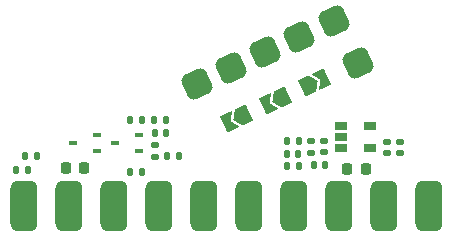
<source format=gbr>
%TF.GenerationSoftware,KiCad,Pcbnew,6.0.11-2627ca5db0~126~ubuntu20.04.1*%
%TF.CreationDate,2023-08-10T10:55:21+02:00*%
%TF.ProjectId,ScartPCB,53636172-7450-4434-922e-6b696361645f,2.0*%
%TF.SameCoordinates,PX76bb820PY7641700*%
%TF.FileFunction,Soldermask,Bot*%
%TF.FilePolarity,Negative*%
%FSLAX46Y46*%
G04 Gerber Fmt 4.6, Leading zero omitted, Abs format (unit mm)*
G04 Created by KiCad (PCBNEW 6.0.11-2627ca5db0~126~ubuntu20.04.1) date 2023-08-10 10:55:21*
%MOMM*%
%LPD*%
G01*
G04 APERTURE LIST*
G04 Aperture macros list*
%AMRoundRect*
0 Rectangle with rounded corners*
0 $1 Rounding radius*
0 $2 $3 $4 $5 $6 $7 $8 $9 X,Y pos of 4 corners*
0 Add a 4 corners polygon primitive as box body*
4,1,4,$2,$3,$4,$5,$6,$7,$8,$9,$2,$3,0*
0 Add four circle primitives for the rounded corners*
1,1,$1+$1,$2,$3*
1,1,$1+$1,$4,$5*
1,1,$1+$1,$6,$7*
1,1,$1+$1,$8,$9*
0 Add four rect primitives between the rounded corners*
20,1,$1+$1,$2,$3,$4,$5,0*
20,1,$1+$1,$4,$5,$6,$7,0*
20,1,$1+$1,$6,$7,$8,$9,0*
20,1,$1+$1,$8,$9,$2,$3,0*%
%AMFreePoly0*
4,1,6,1.000000,0.000000,0.500000,-0.750000,-0.500000,-0.750000,-0.500000,0.750000,0.500000,0.750000,1.000000,0.000000,1.000000,0.000000,$1*%
%AMFreePoly1*
4,1,6,0.500000,-0.750000,-0.650000,-0.750000,-0.150000,0.000000,-0.650000,0.750000,0.500000,0.750000,0.500000,-0.750000,0.500000,-0.750000,$1*%
G04 Aperture macros list end*
%ADD10RoundRect,0.571500X-0.571500X-1.562000X0.571500X-1.562000X0.571500X1.562000X-0.571500X1.562000X0*%
%ADD11RoundRect,0.140000X0.140000X0.170000X-0.140000X0.170000X-0.140000X-0.170000X0.140000X-0.170000X0*%
%ADD12RoundRect,0.135000X-0.135000X-0.185000X0.135000X-0.185000X0.135000X0.185000X-0.135000X0.185000X0*%
%ADD13RoundRect,0.218750X0.218750X0.256250X-0.218750X0.256250X-0.218750X-0.256250X0.218750X-0.256250X0*%
%ADD14RoundRect,0.571500X-0.276429X-0.759481X0.759481X-0.276429X0.276429X0.759481X-0.759481X0.276429X0*%
%ADD15RoundRect,0.135000X0.135000X0.185000X-0.135000X0.185000X-0.135000X-0.185000X0.135000X-0.185000X0*%
%ADD16RoundRect,0.135000X0.185000X-0.135000X0.185000X0.135000X-0.185000X0.135000X-0.185000X-0.135000X0*%
%ADD17RoundRect,0.147500X-0.147500X-0.172500X0.147500X-0.172500X0.147500X0.172500X-0.147500X0.172500X0*%
%ADD18FreePoly0,25.000000*%
%ADD19FreePoly1,25.000000*%
%ADD20RoundRect,0.225000X-0.225000X-0.250000X0.225000X-0.250000X0.225000X0.250000X-0.225000X0.250000X0*%
%ADD21R,0.700000X0.450000*%
%ADD22RoundRect,0.140000X0.170000X-0.140000X0.170000X0.140000X-0.170000X0.140000X-0.170000X-0.140000X0*%
%ADD23RoundRect,0.147500X0.172500X-0.147500X0.172500X0.147500X-0.172500X0.147500X-0.172500X-0.147500X0*%
%ADD24R,1.100000X0.650001*%
%ADD25FreePoly0,205.000000*%
%ADD26FreePoly1,205.000000*%
G04 APERTURE END LIST*
D10*
%TO.C,J1*%
X36747500Y2642500D03*
X32937500Y2642500D03*
X29127500Y2642500D03*
X25317500Y2642500D03*
X21507500Y2642500D03*
X17697500Y2642500D03*
X13887500Y2642500D03*
X10077500Y2642500D03*
X6267500Y2642500D03*
X2457500Y2642500D03*
%TD*%
D11*
%TO.C,C3*%
X25664800Y7083800D03*
X24704800Y7083800D03*
%TD*%
D12*
%TO.C,RC2*%
X2548800Y6855200D03*
X3568800Y6855200D03*
%TD*%
D13*
%TO.C,L1*%
X31354500Y5824001D03*
X29779500Y5824001D03*
%TD*%
D14*
%TO.C,JI4*%
X19988949Y14335500D03*
%TD*%
%TO.C,JI8*%
X30694000Y14780000D03*
%TD*%
%TO.C,JI11*%
X17105000Y13002000D03*
%TD*%
D15*
%TO.C,R9*%
X12408000Y5509000D03*
X11388000Y5509000D03*
%TD*%
%TO.C,R2*%
X25717600Y8125200D03*
X24697600Y8125200D03*
%TD*%
D12*
%TO.C,R8*%
X14563000Y6880600D03*
X15583000Y6880600D03*
%TD*%
D16*
%TO.C,R7*%
X13549000Y6827800D03*
X13549000Y7847800D03*
%TD*%
D14*
%TO.C,JI7*%
X22872898Y15669000D03*
%TD*%
D17*
%TO.C,D2*%
X26983200Y6093200D03*
X27953200Y6093200D03*
%TD*%
D18*
%TO.C,JP1*%
X26353927Y12822602D03*
D19*
X27668073Y13435398D03*
%TD*%
D16*
%TO.C,R1*%
X26708500Y7160000D03*
X26708500Y8180000D03*
%TD*%
D12*
%TO.C,R6*%
X13476400Y9938600D03*
X14496400Y9938600D03*
%TD*%
D14*
%TO.C,JI6*%
X25756847Y17002500D03*
%TD*%
D20*
%TO.C,CC3*%
X5966800Y5890000D03*
X7516800Y5890000D03*
%TD*%
D21*
%TO.C,Q1*%
X12161400Y8648200D03*
X12161400Y7348200D03*
X10161400Y7998200D03*
%TD*%
D22*
%TO.C,C1*%
X33164000Y7122001D03*
X33164000Y8082001D03*
%TD*%
D23*
%TO.C,D1*%
X34307000Y7117001D03*
X34307000Y8087001D03*
%TD*%
D21*
%TO.C,Q2*%
X8605400Y8648200D03*
X8605400Y7348200D03*
X6605400Y7998200D03*
%TD*%
D15*
%TO.C,R3*%
X25717600Y6042400D03*
X24697600Y6042400D03*
%TD*%
D12*
%TO.C,R5*%
X11413400Y9928600D03*
X12433400Y9928600D03*
%TD*%
D24*
%TO.C,U1*%
X29297000Y7541000D03*
X29297000Y8491001D03*
X29297000Y9440999D03*
X31697000Y9440999D03*
X31697000Y7541000D03*
%TD*%
D14*
%TO.C,JI10*%
X28662000Y18336000D03*
%TD*%
D25*
%TO.C,JP2*%
X24366073Y11911398D03*
D26*
X23051927Y11298602D03*
%TD*%
D25*
%TO.C,JP3*%
X21064073Y10387398D03*
D26*
X19749927Y9774602D03*
%TD*%
D11*
%TO.C,C4*%
X14466400Y8838200D03*
X13506400Y8838200D03*
%TD*%
D22*
%TO.C,C2*%
X27851500Y7190000D03*
X27851500Y8150000D03*
%TD*%
D12*
%TO.C,RC1*%
X1761400Y5686800D03*
X2781400Y5686800D03*
%TD*%
M02*

</source>
